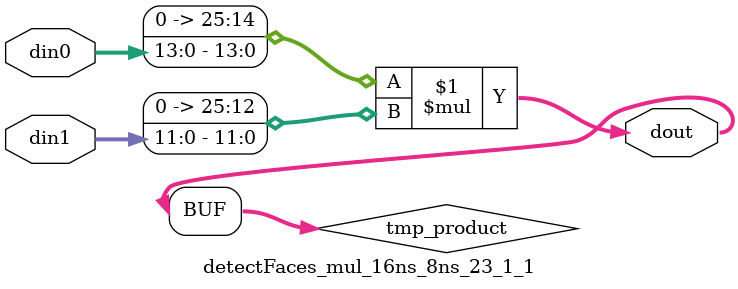
<source format=v>

`timescale 1 ns / 1 ps

 module detectFaces_mul_16ns_8ns_23_1_1(din0, din1, dout);
parameter ID = 1;
parameter NUM_STAGE = 0;
parameter din0_WIDTH = 14;
parameter din1_WIDTH = 12;
parameter dout_WIDTH = 26;

input [din0_WIDTH - 1 : 0] din0; 
input [din1_WIDTH - 1 : 0] din1; 
output [dout_WIDTH - 1 : 0] dout;

wire signed [dout_WIDTH - 1 : 0] tmp_product;
























assign tmp_product = $signed({1'b0, din0}) * $signed({1'b0, din1});











assign dout = tmp_product;





















endmodule

</source>
